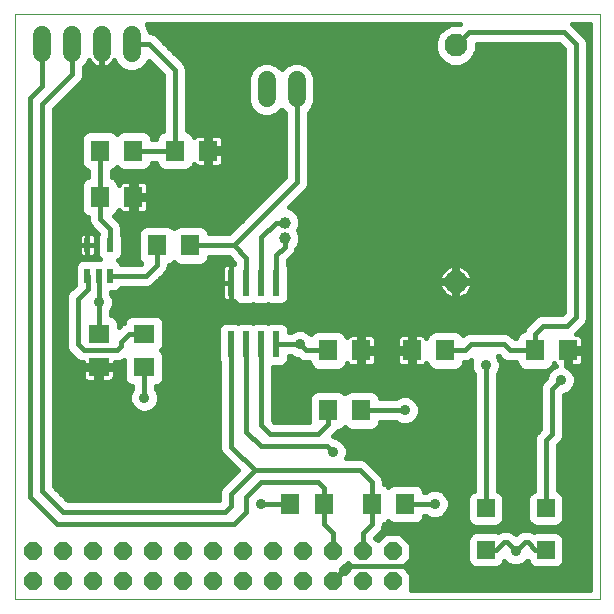
<source format=gtl>
G75*
%MOIN*%
%OFA0B0*%
%FSLAX25Y25*%
%IPPOS*%
%LPD*%
%AMOC8*
5,1,8,0,0,1.08239X$1,22.5*
%
%ADD10C,0.00000*%
%ADD11OC8,0.06000*%
%ADD12R,0.06299X0.07098*%
%ADD13C,0.06000*%
%ADD14C,0.07677*%
%ADD15R,0.06299X0.07087*%
%ADD16R,0.02400X0.08700*%
%ADD17R,0.02165X0.04724*%
%ADD18R,0.07087X0.06299*%
%ADD19R,0.07098X0.06299*%
%ADD20R,0.05906X0.05906*%
%ADD21C,0.03969*%
%ADD22C,0.01600*%
%ADD23C,0.03562*%
%ADD24C,0.02400*%
D10*
X0001800Y0001800D02*
X0001800Y0196800D01*
X0196800Y0196800D01*
X0196800Y0001800D01*
X0001800Y0001800D01*
D11*
X0007800Y0007800D03*
X0007800Y0017800D03*
X0017800Y0017800D03*
X0017800Y0007800D03*
X0027800Y0007800D03*
X0027800Y0017800D03*
X0037800Y0017800D03*
X0037800Y0007800D03*
X0047800Y0007800D03*
X0047800Y0017800D03*
X0057800Y0017800D03*
X0057800Y0007800D03*
X0067800Y0007800D03*
X0067800Y0017800D03*
X0077800Y0017800D03*
X0077800Y0007800D03*
X0087800Y0007800D03*
X0087800Y0017800D03*
X0097800Y0017800D03*
X0097800Y0007800D03*
X0107800Y0007800D03*
X0107800Y0017800D03*
X0117800Y0017800D03*
X0117800Y0007800D03*
X0127800Y0007800D03*
X0127800Y0017800D03*
D12*
X0131998Y0033600D03*
X0120802Y0033600D03*
X0104798Y0033600D03*
X0093602Y0033600D03*
X0106202Y0064800D03*
X0117398Y0064800D03*
X0134202Y0084800D03*
X0145398Y0084800D03*
X0060398Y0119800D03*
X0049202Y0119800D03*
X0041398Y0135900D03*
X0030202Y0135900D03*
X0030202Y0151400D03*
X0041398Y0151400D03*
D13*
X0040800Y0183800D02*
X0040800Y0189800D01*
X0030800Y0189800D02*
X0030800Y0183800D01*
X0020800Y0183800D02*
X0020800Y0189800D01*
X0010800Y0189800D02*
X0010800Y0183800D01*
X0085800Y0174800D02*
X0085800Y0168800D01*
X0095800Y0168800D02*
X0095800Y0174800D01*
D14*
X0148800Y0186454D03*
X0148800Y0107713D03*
D15*
X0175288Y0084800D03*
X0186312Y0084800D03*
X0117312Y0084800D03*
X0106288Y0084800D03*
X0066312Y0151400D03*
X0055288Y0151400D03*
D16*
X0073900Y0107400D03*
X0078900Y0107400D03*
X0083900Y0107400D03*
X0088900Y0107400D03*
X0088900Y0086800D03*
X0083900Y0086800D03*
X0078900Y0086800D03*
X0073900Y0086800D03*
D17*
X0033540Y0109681D03*
X0029800Y0109681D03*
X0026060Y0109681D03*
X0026060Y0119919D03*
X0033540Y0119919D03*
D18*
X0029800Y0090312D03*
X0029800Y0079288D03*
D19*
X0045000Y0079202D03*
X0045000Y0090398D03*
D20*
X0158800Y0032090D03*
X0158800Y0018310D03*
X0178900Y0018310D03*
X0178900Y0032090D03*
D21*
X0091800Y0122235D03*
X0091800Y0127365D03*
D22*
X0088765Y0127365D01*
X0083900Y0122500D01*
X0083900Y0107400D01*
X0078900Y0107400D02*
X0078900Y0115700D01*
X0074800Y0119800D01*
X0095800Y0140800D01*
X0095800Y0171800D01*
X0102000Y0171242D02*
X0184800Y0171242D01*
X0184800Y0169644D02*
X0102000Y0169644D01*
X0102000Y0168045D02*
X0184800Y0168045D01*
X0184800Y0166447D02*
X0101536Y0166447D01*
X0102000Y0167567D02*
X0101056Y0165288D01*
X0099800Y0164032D01*
X0099800Y0140004D01*
X0099191Y0138534D01*
X0093097Y0132440D01*
X0094737Y0131760D01*
X0096195Y0130302D01*
X0096984Y0128397D01*
X0096984Y0126334D01*
X0096349Y0124800D01*
X0096984Y0123266D01*
X0096984Y0121203D01*
X0096195Y0119298D01*
X0095800Y0118903D01*
X0095800Y0118604D01*
X0095191Y0117134D01*
X0092900Y0114843D01*
X0092900Y0113352D01*
X0093300Y0112387D01*
X0093300Y0102413D01*
X0092813Y0101237D01*
X0091913Y0100337D01*
X0090737Y0099850D01*
X0087063Y0099850D01*
X0086400Y0100125D01*
X0085737Y0099850D01*
X0082063Y0099850D01*
X0081400Y0100125D01*
X0080737Y0099850D01*
X0077063Y0099850D01*
X0075887Y0100337D01*
X0074987Y0101237D01*
X0074982Y0101250D01*
X0073900Y0101250D01*
X0073900Y0107400D01*
X0073900Y0107400D01*
X0073900Y0113550D01*
X0074900Y0113550D01*
X0074900Y0114043D01*
X0073143Y0115800D01*
X0066748Y0115800D01*
X0066748Y0115614D01*
X0066261Y0114438D01*
X0065361Y0113538D01*
X0064185Y0113051D01*
X0056612Y0113051D01*
X0055436Y0113538D01*
X0054800Y0114174D01*
X0054164Y0113538D01*
X0053200Y0113139D01*
X0053200Y0112604D01*
X0052591Y0111134D01*
X0051466Y0110009D01*
X0047747Y0106290D01*
X0046277Y0105681D01*
X0037408Y0105681D01*
X0037336Y0105507D01*
X0036435Y0104606D01*
X0035259Y0104119D01*
X0033800Y0104119D01*
X0033800Y0103844D01*
X0034023Y0103622D01*
X0034781Y0101791D01*
X0034781Y0099809D01*
X0034023Y0097978D01*
X0033800Y0097756D01*
X0033800Y0096661D01*
X0033980Y0096661D01*
X0035156Y0096174D01*
X0036056Y0095274D01*
X0036543Y0094098D01*
X0036543Y0092600D01*
X0037733Y0093789D01*
X0038251Y0094004D01*
X0038251Y0094185D01*
X0038738Y0095361D01*
X0039638Y0096261D01*
X0040814Y0096748D01*
X0049186Y0096748D01*
X0050362Y0096261D01*
X0051262Y0095361D01*
X0051749Y0094185D01*
X0051749Y0086612D01*
X0051262Y0085436D01*
X0050626Y0084800D01*
X0051262Y0084164D01*
X0051749Y0082988D01*
X0051749Y0075415D01*
X0051262Y0074239D01*
X0050362Y0073339D01*
X0049186Y0072852D01*
X0049000Y0072852D01*
X0049000Y0072044D01*
X0049223Y0071822D01*
X0049981Y0069991D01*
X0049981Y0068009D01*
X0049223Y0066178D01*
X0047822Y0064777D01*
X0045991Y0064019D01*
X0044009Y0064019D01*
X0042178Y0064777D01*
X0040777Y0066178D01*
X0040019Y0068009D01*
X0040019Y0069991D01*
X0040777Y0071822D01*
X0041000Y0072044D01*
X0041000Y0072852D01*
X0040814Y0072852D01*
X0039638Y0073339D01*
X0038738Y0074239D01*
X0038251Y0075415D01*
X0038251Y0081594D01*
X0038066Y0081409D01*
X0036596Y0080800D01*
X0035143Y0080800D01*
X0035143Y0080063D01*
X0030575Y0080063D01*
X0030575Y0078513D01*
X0030575Y0074339D01*
X0033580Y0074339D01*
X0034038Y0074461D01*
X0034449Y0074698D01*
X0034784Y0075033D01*
X0035021Y0075444D01*
X0035143Y0075902D01*
X0035143Y0078513D01*
X0030575Y0078513D01*
X0029025Y0078513D01*
X0029025Y0074339D01*
X0026020Y0074339D01*
X0025562Y0074461D01*
X0025151Y0074698D01*
X0024816Y0075033D01*
X0024579Y0075444D01*
X0024457Y0075902D01*
X0024457Y0078513D01*
X0029025Y0078513D01*
X0029025Y0080063D01*
X0024457Y0080063D01*
X0024457Y0080800D01*
X0024004Y0080800D01*
X0022534Y0081409D01*
X0019409Y0084534D01*
X0018800Y0086004D01*
X0018800Y0102696D01*
X0019409Y0104166D01*
X0021821Y0106578D01*
X0021777Y0106683D01*
X0021777Y0112680D01*
X0022264Y0113856D01*
X0023165Y0114757D01*
X0024341Y0115244D01*
X0027779Y0115244D01*
X0027930Y0115181D01*
X0028081Y0115244D01*
X0030245Y0115244D01*
X0029745Y0115744D01*
X0029257Y0116920D01*
X0029257Y0122917D01*
X0029540Y0123600D01*
X0029540Y0123703D01*
X0027934Y0125309D01*
X0026809Y0126434D01*
X0026200Y0127904D01*
X0026200Y0129240D01*
X0025239Y0129638D01*
X0024339Y0130538D01*
X0023852Y0131714D01*
X0023852Y0140086D01*
X0024339Y0141262D01*
X0025239Y0142162D01*
X0026202Y0142561D01*
X0026202Y0144739D01*
X0025239Y0145138D01*
X0024339Y0146038D01*
X0023852Y0147214D01*
X0023852Y0155586D01*
X0024339Y0156762D01*
X0025239Y0157662D01*
X0026415Y0158149D01*
X0033988Y0158149D01*
X0035164Y0157662D01*
X0035800Y0157026D01*
X0036436Y0157662D01*
X0037612Y0158149D01*
X0045185Y0158149D01*
X0046361Y0157662D01*
X0047261Y0156762D01*
X0047748Y0155586D01*
X0047748Y0155400D01*
X0048939Y0155400D01*
X0048939Y0155580D01*
X0049426Y0156756D01*
X0050326Y0157656D01*
X0051200Y0158018D01*
X0051200Y0176443D01*
X0046437Y0181207D01*
X0046056Y0180288D01*
X0044312Y0178544D01*
X0042033Y0177600D01*
X0039567Y0177600D01*
X0037288Y0178544D01*
X0035544Y0180288D01*
X0035030Y0181529D01*
X0034905Y0181284D01*
X0034461Y0180673D01*
X0033927Y0180139D01*
X0033316Y0179695D01*
X0032643Y0179352D01*
X0031924Y0179118D01*
X0031178Y0179000D01*
X0031000Y0179000D01*
X0031000Y0186600D01*
X0030600Y0186600D01*
X0030600Y0179000D01*
X0030422Y0179000D01*
X0029676Y0179118D01*
X0028957Y0179352D01*
X0028284Y0179695D01*
X0027673Y0180139D01*
X0027139Y0180673D01*
X0026695Y0181284D01*
X0026570Y0181529D01*
X0026056Y0180288D01*
X0024800Y0179032D01*
X0024800Y0176004D01*
X0024191Y0174534D01*
X0023066Y0173409D01*
X0014800Y0165143D01*
X0014800Y0039457D01*
X0019457Y0034800D01*
X0069800Y0034800D01*
X0069800Y0037596D01*
X0070409Y0039066D01*
X0071534Y0040191D01*
X0076143Y0044800D01*
X0070509Y0050434D01*
X0069900Y0051904D01*
X0069900Y0080848D01*
X0069500Y0081813D01*
X0069500Y0091787D01*
X0069987Y0092963D01*
X0070887Y0093863D01*
X0072063Y0094350D01*
X0075737Y0094350D01*
X0076400Y0094075D01*
X0077063Y0094350D01*
X0080737Y0094350D01*
X0081400Y0094075D01*
X0082063Y0094350D01*
X0085737Y0094350D01*
X0086400Y0094075D01*
X0087063Y0094350D01*
X0090737Y0094350D01*
X0091913Y0093863D01*
X0092813Y0092963D01*
X0093300Y0091787D01*
X0093300Y0090800D01*
X0093756Y0090800D01*
X0093978Y0091023D01*
X0095809Y0091781D01*
X0097791Y0091781D01*
X0099622Y0091023D01*
X0100457Y0090187D01*
X0101326Y0091056D01*
X0102502Y0091543D01*
X0110074Y0091543D01*
X0111250Y0091056D01*
X0112151Y0090156D01*
X0112560Y0089168D01*
X0112722Y0089449D01*
X0113057Y0089784D01*
X0113467Y0090021D01*
X0113925Y0090143D01*
X0116537Y0090143D01*
X0116537Y0085575D01*
X0118087Y0085575D01*
X0122261Y0085575D01*
X0122261Y0088580D01*
X0122139Y0089038D01*
X0121902Y0089449D01*
X0121567Y0089784D01*
X0121156Y0090021D01*
X0120698Y0090143D01*
X0118087Y0090143D01*
X0118087Y0085575D01*
X0118087Y0084025D01*
X0122261Y0084025D01*
X0122261Y0081020D01*
X0122139Y0080562D01*
X0121902Y0080151D01*
X0121567Y0079816D01*
X0121156Y0079579D01*
X0120698Y0079457D01*
X0118087Y0079457D01*
X0118087Y0084025D01*
X0116537Y0084025D01*
X0116537Y0079457D01*
X0113925Y0079457D01*
X0113467Y0079579D01*
X0113057Y0079816D01*
X0112722Y0080151D01*
X0112560Y0080432D01*
X0112151Y0079444D01*
X0111250Y0078544D01*
X0110074Y0078057D01*
X0102502Y0078057D01*
X0101326Y0078544D01*
X0100426Y0079444D01*
X0099939Y0080620D01*
X0099939Y0080800D01*
X0098004Y0080800D01*
X0096534Y0081409D01*
X0096124Y0081819D01*
X0095809Y0081819D01*
X0093978Y0082577D01*
X0093756Y0082800D01*
X0093300Y0082800D01*
X0093300Y0081813D01*
X0092813Y0080637D01*
X0091913Y0079737D01*
X0090737Y0079250D01*
X0087800Y0079250D01*
X0087800Y0061457D01*
X0088457Y0060800D01*
X0099852Y0060800D01*
X0099852Y0068986D01*
X0100339Y0070162D01*
X0101239Y0071062D01*
X0102415Y0071549D01*
X0109988Y0071549D01*
X0111164Y0071062D01*
X0111800Y0070426D01*
X0112436Y0071062D01*
X0113612Y0071549D01*
X0121185Y0071549D01*
X0122361Y0071062D01*
X0123261Y0070162D01*
X0123748Y0068986D01*
X0123748Y0068800D01*
X0128756Y0068800D01*
X0128978Y0069023D01*
X0130809Y0069781D01*
X0132791Y0069781D01*
X0134622Y0069023D01*
X0136023Y0067622D01*
X0136781Y0065791D01*
X0136781Y0063809D01*
X0136023Y0061978D01*
X0134622Y0060577D01*
X0132791Y0059819D01*
X0130809Y0059819D01*
X0128978Y0060577D01*
X0128756Y0060800D01*
X0123748Y0060800D01*
X0123748Y0060614D01*
X0123261Y0059438D01*
X0122361Y0058538D01*
X0121185Y0058051D01*
X0113612Y0058051D01*
X0112436Y0058538D01*
X0111800Y0059174D01*
X0111164Y0058538D01*
X0109988Y0058051D01*
X0109640Y0058051D01*
X0109593Y0057936D01*
X0107912Y0056255D01*
X0108066Y0056191D01*
X0108476Y0055781D01*
X0108791Y0055781D01*
X0110622Y0055023D01*
X0112023Y0053622D01*
X0112781Y0051791D01*
X0112781Y0049809D01*
X0112363Y0048800D01*
X0117596Y0048800D01*
X0119066Y0048191D01*
X0120191Y0047066D01*
X0124193Y0043064D01*
X0124802Y0041594D01*
X0124802Y0040261D01*
X0125764Y0039862D01*
X0126400Y0039226D01*
X0127036Y0039862D01*
X0128212Y0040349D01*
X0135785Y0040349D01*
X0136961Y0039862D01*
X0137861Y0038962D01*
X0138348Y0037786D01*
X0138348Y0037600D01*
X0138756Y0037600D01*
X0138978Y0037823D01*
X0140809Y0038581D01*
X0142791Y0038581D01*
X0144622Y0037823D01*
X0146023Y0036422D01*
X0146781Y0034591D01*
X0146781Y0032609D01*
X0146023Y0030778D01*
X0144622Y0029377D01*
X0142791Y0028619D01*
X0140809Y0028619D01*
X0138978Y0029377D01*
X0138756Y0029600D01*
X0138348Y0029600D01*
X0138348Y0029414D01*
X0137861Y0028238D01*
X0136961Y0027338D01*
X0135785Y0026851D01*
X0128212Y0026851D01*
X0127036Y0027338D01*
X0126400Y0027974D01*
X0125764Y0027338D01*
X0124800Y0026939D01*
X0124800Y0026004D01*
X0124191Y0024534D01*
X0123066Y0023409D01*
X0122012Y0022356D01*
X0122800Y0021568D01*
X0125232Y0024000D01*
X0130368Y0024000D01*
X0134000Y0020368D01*
X0134000Y0015232D01*
X0131568Y0012800D01*
X0134000Y0010368D01*
X0134000Y0005232D01*
X0133768Y0005000D01*
X0193600Y0005000D01*
X0193600Y0193600D01*
X0187657Y0193600D01*
X0188191Y0193066D01*
X0192191Y0189066D01*
X0192800Y0187596D01*
X0192800Y0095004D01*
X0192191Y0093534D01*
X0191066Y0092409D01*
X0188800Y0090143D01*
X0189698Y0090143D01*
X0190156Y0090021D01*
X0190567Y0089784D01*
X0190902Y0089449D01*
X0191139Y0089038D01*
X0191261Y0088580D01*
X0191261Y0085575D01*
X0187087Y0085575D01*
X0187087Y0084025D01*
X0191261Y0084025D01*
X0191261Y0081020D01*
X0191139Y0080562D01*
X0190902Y0080151D01*
X0190567Y0079816D01*
X0190156Y0079579D01*
X0189698Y0079457D01*
X0187087Y0079457D01*
X0187087Y0084025D01*
X0185537Y0084025D01*
X0185537Y0079472D01*
X0186622Y0079023D01*
X0188023Y0077622D01*
X0188781Y0075791D01*
X0188781Y0073809D01*
X0188023Y0071978D01*
X0186622Y0070577D01*
X0184800Y0069823D01*
X0184800Y0056004D01*
X0184191Y0054534D01*
X0182800Y0053143D01*
X0182800Y0038114D01*
X0183665Y0037755D01*
X0184566Y0036855D01*
X0185053Y0035679D01*
X0185053Y0028500D01*
X0184566Y0027324D01*
X0183665Y0026424D01*
X0182489Y0025937D01*
X0175311Y0025937D01*
X0174135Y0026424D01*
X0173234Y0027324D01*
X0172747Y0028500D01*
X0172747Y0035679D01*
X0173234Y0036855D01*
X0174135Y0037755D01*
X0174800Y0038031D01*
X0174800Y0055596D01*
X0175409Y0057066D01*
X0176800Y0058457D01*
X0176800Y0072596D01*
X0177409Y0074066D01*
X0178534Y0075191D01*
X0178819Y0075476D01*
X0178819Y0075791D01*
X0179577Y0077622D01*
X0180978Y0079023D01*
X0182407Y0079614D01*
X0182057Y0079816D01*
X0181722Y0080151D01*
X0181560Y0080432D01*
X0181151Y0079444D01*
X0180250Y0078544D01*
X0179074Y0078057D01*
X0171502Y0078057D01*
X0170326Y0078544D01*
X0169426Y0079444D01*
X0168939Y0080620D01*
X0168939Y0080800D01*
X0166004Y0080800D01*
X0164534Y0081409D01*
X0163409Y0082534D01*
X0163143Y0082800D01*
X0162844Y0082800D01*
X0163023Y0082622D01*
X0163781Y0080791D01*
X0163781Y0078809D01*
X0163023Y0076978D01*
X0162800Y0076756D01*
X0162800Y0038072D01*
X0163565Y0037755D01*
X0164466Y0036855D01*
X0164953Y0035679D01*
X0164953Y0028500D01*
X0164466Y0027324D01*
X0163565Y0026424D01*
X0162389Y0025937D01*
X0155211Y0025937D01*
X0154035Y0026424D01*
X0153134Y0027324D01*
X0152647Y0028500D01*
X0152647Y0035679D01*
X0153134Y0036855D01*
X0154035Y0037755D01*
X0154800Y0038072D01*
X0154800Y0076756D01*
X0154577Y0076978D01*
X0153819Y0078809D01*
X0153819Y0080791D01*
X0154081Y0081425D01*
X0154066Y0081409D01*
X0152596Y0080800D01*
X0151748Y0080800D01*
X0151748Y0080614D01*
X0151261Y0079438D01*
X0150361Y0078538D01*
X0149185Y0078051D01*
X0141612Y0078051D01*
X0140436Y0078538D01*
X0139536Y0079438D01*
X0139049Y0080614D01*
X0139049Y0080632D01*
X0139029Y0080556D01*
X0138792Y0080146D01*
X0138456Y0079810D01*
X0138046Y0079573D01*
X0137588Y0079451D01*
X0134976Y0079451D01*
X0134976Y0084025D01*
X0133427Y0084025D01*
X0133427Y0079451D01*
X0130815Y0079451D01*
X0130357Y0079573D01*
X0129947Y0079810D01*
X0129612Y0080146D01*
X0129375Y0080556D01*
X0129252Y0081014D01*
X0129252Y0084025D01*
X0133427Y0084025D01*
X0133427Y0085575D01*
X0133427Y0090149D01*
X0130815Y0090149D01*
X0130357Y0090027D01*
X0129947Y0089790D01*
X0129612Y0089454D01*
X0129375Y0089044D01*
X0129252Y0088586D01*
X0129252Y0085575D01*
X0133427Y0085575D01*
X0134976Y0085575D01*
X0134976Y0090149D01*
X0137588Y0090149D01*
X0138046Y0090027D01*
X0138456Y0089790D01*
X0138792Y0089454D01*
X0139029Y0089044D01*
X0139049Y0088968D01*
X0139049Y0088986D01*
X0139536Y0090162D01*
X0140436Y0091062D01*
X0141612Y0091549D01*
X0149185Y0091549D01*
X0150361Y0091062D01*
X0151261Y0090162D01*
X0151332Y0089989D01*
X0151534Y0090191D01*
X0153004Y0090800D01*
X0165596Y0090800D01*
X0167066Y0090191D01*
X0168457Y0088800D01*
X0168939Y0088800D01*
X0168939Y0088980D01*
X0169426Y0090156D01*
X0170326Y0091056D01*
X0171474Y0091532D01*
X0171897Y0092554D01*
X0174409Y0095066D01*
X0175534Y0096191D01*
X0177004Y0096800D01*
X0184143Y0096800D01*
X0184800Y0097457D01*
X0184800Y0185143D01*
X0183143Y0186800D01*
X0155839Y0186800D01*
X0155839Y0185053D01*
X0154767Y0182466D01*
X0152787Y0180487D01*
X0150200Y0179415D01*
X0147400Y0179415D01*
X0144813Y0180487D01*
X0142833Y0182466D01*
X0141761Y0185053D01*
X0141761Y0187854D01*
X0142833Y0190441D01*
X0144813Y0192421D01*
X0147400Y0193492D01*
X0150182Y0193492D01*
X0150290Y0193600D01*
X0045768Y0193600D01*
X0046056Y0193312D01*
X0047000Y0191033D01*
X0047000Y0190800D01*
X0047296Y0190800D01*
X0048766Y0190191D01*
X0057466Y0181491D01*
X0058591Y0180366D01*
X0059200Y0178896D01*
X0059200Y0158091D01*
X0060250Y0157656D01*
X0061151Y0156756D01*
X0061560Y0155768D01*
X0061722Y0156049D01*
X0062057Y0156384D01*
X0062467Y0156621D01*
X0062925Y0156743D01*
X0065537Y0156743D01*
X0065537Y0152175D01*
X0067087Y0152175D01*
X0071261Y0152175D01*
X0071261Y0155180D01*
X0071139Y0155638D01*
X0070902Y0156049D01*
X0070567Y0156384D01*
X0070156Y0156621D01*
X0069698Y0156743D01*
X0067087Y0156743D01*
X0067087Y0152175D01*
X0067087Y0150625D01*
X0071261Y0150625D01*
X0071261Y0147620D01*
X0071139Y0147162D01*
X0070902Y0146751D01*
X0070567Y0146416D01*
X0070156Y0146179D01*
X0069698Y0146057D01*
X0067087Y0146057D01*
X0067087Y0150625D01*
X0065537Y0150625D01*
X0065537Y0146057D01*
X0062925Y0146057D01*
X0062467Y0146179D01*
X0062057Y0146416D01*
X0061722Y0146751D01*
X0061560Y0147032D01*
X0061151Y0146044D01*
X0060250Y0145144D01*
X0059074Y0144657D01*
X0051502Y0144657D01*
X0050326Y0145144D01*
X0049426Y0146044D01*
X0048939Y0147220D01*
X0048939Y0147400D01*
X0047748Y0147400D01*
X0047748Y0147214D01*
X0047261Y0146038D01*
X0046361Y0145138D01*
X0045185Y0144651D01*
X0037612Y0144651D01*
X0036436Y0145138D01*
X0035800Y0145774D01*
X0035164Y0145138D01*
X0034202Y0144739D01*
X0034202Y0142561D01*
X0035164Y0142162D01*
X0036064Y0141262D01*
X0036551Y0140086D01*
X0036551Y0140068D01*
X0036571Y0140144D01*
X0036808Y0140554D01*
X0037144Y0140890D01*
X0037554Y0141127D01*
X0038012Y0141249D01*
X0040624Y0141249D01*
X0040624Y0136675D01*
X0042173Y0136675D01*
X0042173Y0141249D01*
X0044785Y0141249D01*
X0045243Y0141127D01*
X0045653Y0140890D01*
X0045988Y0140554D01*
X0046225Y0140144D01*
X0046348Y0139686D01*
X0046348Y0136675D01*
X0042173Y0136675D01*
X0042173Y0135125D01*
X0042173Y0130551D01*
X0044785Y0130551D01*
X0045243Y0130673D01*
X0045653Y0130910D01*
X0045988Y0131246D01*
X0046225Y0131656D01*
X0046348Y0132114D01*
X0046348Y0135125D01*
X0042173Y0135125D01*
X0040624Y0135125D01*
X0040624Y0130551D01*
X0038012Y0130551D01*
X0037554Y0130673D01*
X0037144Y0130910D01*
X0036808Y0131246D01*
X0036571Y0131656D01*
X0036551Y0131732D01*
X0036551Y0131714D01*
X0036064Y0130538D01*
X0035164Y0129638D01*
X0034991Y0129566D01*
X0036931Y0127626D01*
X0037540Y0126155D01*
X0037540Y0123600D01*
X0037823Y0122917D01*
X0037823Y0116920D01*
X0037336Y0115744D01*
X0036435Y0114843D01*
X0036331Y0114800D01*
X0036435Y0114757D01*
X0037336Y0113856D01*
X0037408Y0113681D01*
X0043825Y0113681D01*
X0043960Y0113817D01*
X0043339Y0114438D01*
X0042852Y0115614D01*
X0042852Y0123986D01*
X0043339Y0125162D01*
X0044239Y0126062D01*
X0045415Y0126549D01*
X0052988Y0126549D01*
X0054164Y0126062D01*
X0054800Y0125426D01*
X0055436Y0126062D01*
X0056612Y0126549D01*
X0064185Y0126549D01*
X0065361Y0126062D01*
X0066261Y0125162D01*
X0066748Y0123986D01*
X0066748Y0123800D01*
X0073143Y0123800D01*
X0091800Y0142457D01*
X0091800Y0164032D01*
X0090800Y0165032D01*
X0089312Y0163544D01*
X0087033Y0162600D01*
X0084567Y0162600D01*
X0082288Y0163544D01*
X0080544Y0165288D01*
X0079600Y0167567D01*
X0079600Y0176033D01*
X0080544Y0178312D01*
X0082288Y0180056D01*
X0084567Y0181000D01*
X0087033Y0181000D01*
X0089312Y0180056D01*
X0090800Y0178568D01*
X0092288Y0180056D01*
X0094567Y0181000D01*
X0097033Y0181000D01*
X0099312Y0180056D01*
X0101056Y0178312D01*
X0102000Y0176033D01*
X0102000Y0167567D01*
X0100616Y0164848D02*
X0184800Y0164848D01*
X0184800Y0163250D02*
X0099800Y0163250D01*
X0099800Y0161651D02*
X0184800Y0161651D01*
X0184800Y0160053D02*
X0099800Y0160053D01*
X0099800Y0158454D02*
X0184800Y0158454D01*
X0184800Y0156856D02*
X0099800Y0156856D01*
X0099800Y0155257D02*
X0184800Y0155257D01*
X0184800Y0153659D02*
X0099800Y0153659D01*
X0099800Y0152060D02*
X0184800Y0152060D01*
X0184800Y0150462D02*
X0099800Y0150462D01*
X0099800Y0148863D02*
X0184800Y0148863D01*
X0184800Y0147265D02*
X0099800Y0147265D01*
X0099800Y0145666D02*
X0184800Y0145666D01*
X0184800Y0144068D02*
X0099800Y0144068D01*
X0099800Y0142469D02*
X0184800Y0142469D01*
X0184800Y0140870D02*
X0099800Y0140870D01*
X0099497Y0139272D02*
X0184800Y0139272D01*
X0184800Y0137673D02*
X0098330Y0137673D01*
X0096732Y0136075D02*
X0184800Y0136075D01*
X0184800Y0134476D02*
X0095133Y0134476D01*
X0093535Y0132878D02*
X0184800Y0132878D01*
X0184800Y0131279D02*
X0095218Y0131279D01*
X0096452Y0129681D02*
X0184800Y0129681D01*
X0184800Y0128082D02*
X0096984Y0128082D01*
X0096984Y0126484D02*
X0184800Y0126484D01*
X0184800Y0124885D02*
X0096384Y0124885D01*
X0096976Y0123287D02*
X0184800Y0123287D01*
X0184800Y0121688D02*
X0096984Y0121688D01*
X0096523Y0120090D02*
X0184800Y0120090D01*
X0184800Y0118491D02*
X0095753Y0118491D01*
X0094950Y0116893D02*
X0184800Y0116893D01*
X0184800Y0115294D02*
X0093351Y0115294D01*
X0092900Y0113696D02*
X0184800Y0113696D01*
X0184800Y0112097D02*
X0152359Y0112097D01*
X0152473Y0112014D02*
X0151755Y0112536D01*
X0150964Y0112939D01*
X0150120Y0113213D01*
X0149280Y0113346D01*
X0149280Y0108193D01*
X0154433Y0108193D01*
X0154300Y0109034D01*
X0154025Y0109878D01*
X0153623Y0110669D01*
X0153101Y0111387D01*
X0152473Y0112014D01*
X0153709Y0110499D02*
X0184800Y0110499D01*
X0184800Y0108900D02*
X0154321Y0108900D01*
X0154433Y0107234D02*
X0149280Y0107234D01*
X0149280Y0108193D01*
X0148320Y0108193D01*
X0148320Y0107234D01*
X0143167Y0107234D01*
X0143300Y0106393D01*
X0143575Y0105549D01*
X0143977Y0104758D01*
X0144499Y0104040D01*
X0145127Y0103413D01*
X0145845Y0102891D01*
X0146636Y0102488D01*
X0147480Y0102214D01*
X0148320Y0102080D01*
X0148320Y0107234D01*
X0149280Y0107234D01*
X0149280Y0102080D01*
X0150120Y0102214D01*
X0150964Y0102488D01*
X0151755Y0102891D01*
X0152473Y0103413D01*
X0153101Y0104040D01*
X0153623Y0104758D01*
X0154025Y0105549D01*
X0154300Y0106393D01*
X0154433Y0107234D01*
X0154076Y0105703D02*
X0184800Y0105703D01*
X0184800Y0104105D02*
X0153148Y0104105D01*
X0151000Y0102506D02*
X0184800Y0102506D01*
X0184800Y0100908D02*
X0092483Y0100908D01*
X0093300Y0102506D02*
X0146600Y0102506D01*
X0148320Y0102506D02*
X0149280Y0102506D01*
X0149280Y0104105D02*
X0148320Y0104105D01*
X0148320Y0105703D02*
X0149280Y0105703D01*
X0149280Y0107302D02*
X0184800Y0107302D01*
X0184800Y0099309D02*
X0034574Y0099309D01*
X0034781Y0100908D02*
X0075317Y0100908D01*
X0073900Y0101250D02*
X0073900Y0107400D01*
X0073900Y0107400D01*
X0073900Y0107400D01*
X0070900Y0107400D01*
X0070900Y0111987D01*
X0071023Y0112445D01*
X0071260Y0112855D01*
X0071595Y0113190D01*
X0072005Y0113427D01*
X0072463Y0113550D01*
X0073900Y0113550D01*
X0073900Y0107400D01*
X0070900Y0107400D01*
X0070900Y0102813D01*
X0071023Y0102355D01*
X0071260Y0101945D01*
X0071595Y0101610D01*
X0072005Y0101373D01*
X0072463Y0101250D01*
X0073900Y0101250D01*
X0073900Y0102506D02*
X0073900Y0102506D01*
X0073900Y0104105D02*
X0073900Y0104105D01*
X0073900Y0105703D02*
X0073900Y0105703D01*
X0073900Y0107302D02*
X0073900Y0107302D01*
X0073900Y0108900D02*
X0073900Y0108900D01*
X0073900Y0110499D02*
X0073900Y0110499D01*
X0073900Y0112097D02*
X0073900Y0112097D01*
X0074900Y0113696D02*
X0065519Y0113696D01*
X0066615Y0115294D02*
X0073649Y0115294D01*
X0070930Y0112097D02*
X0052990Y0112097D01*
X0051956Y0110499D02*
X0070900Y0110499D01*
X0070900Y0108900D02*
X0050357Y0108900D01*
X0048759Y0107302D02*
X0070900Y0107302D01*
X0070900Y0105703D02*
X0046330Y0105703D01*
X0045481Y0109681D02*
X0049200Y0113400D01*
X0049200Y0119798D01*
X0049202Y0119800D01*
X0042852Y0120090D02*
X0037823Y0120090D01*
X0037823Y0121688D02*
X0042852Y0121688D01*
X0042852Y0123287D02*
X0037670Y0123287D01*
X0037540Y0124885D02*
X0043225Y0124885D01*
X0045258Y0126484D02*
X0037404Y0126484D01*
X0036474Y0128082D02*
X0077426Y0128082D01*
X0079024Y0129681D02*
X0035207Y0129681D01*
X0036371Y0131279D02*
X0036789Y0131279D01*
X0040624Y0131279D02*
X0042173Y0131279D01*
X0042173Y0132878D02*
X0040624Y0132878D01*
X0040624Y0134476D02*
X0042173Y0134476D01*
X0042173Y0136075D02*
X0085418Y0136075D01*
X0083820Y0134476D02*
X0046348Y0134476D01*
X0046348Y0132878D02*
X0082221Y0132878D01*
X0080623Y0131279D02*
X0046008Y0131279D01*
X0046348Y0137673D02*
X0087017Y0137673D01*
X0088615Y0139272D02*
X0046348Y0139272D01*
X0045672Y0140870D02*
X0090214Y0140870D01*
X0091800Y0142469D02*
X0034423Y0142469D01*
X0034202Y0144068D02*
X0091800Y0144068D01*
X0091800Y0145666D02*
X0060773Y0145666D01*
X0065537Y0147265D02*
X0067087Y0147265D01*
X0067087Y0148863D02*
X0065537Y0148863D01*
X0065537Y0150462D02*
X0067087Y0150462D01*
X0067087Y0152060D02*
X0091800Y0152060D01*
X0091800Y0150462D02*
X0071261Y0150462D01*
X0071261Y0148863D02*
X0091800Y0148863D01*
X0091800Y0147265D02*
X0071166Y0147265D01*
X0071261Y0153659D02*
X0091800Y0153659D01*
X0091800Y0155257D02*
X0071241Y0155257D01*
X0067087Y0155257D02*
X0065537Y0155257D01*
X0065537Y0153659D02*
X0067087Y0153659D01*
X0061051Y0156856D02*
X0091800Y0156856D01*
X0091800Y0158454D02*
X0059200Y0158454D01*
X0059200Y0160053D02*
X0091800Y0160053D01*
X0091800Y0161651D02*
X0059200Y0161651D01*
X0059200Y0163250D02*
X0082998Y0163250D01*
X0080984Y0164848D02*
X0059200Y0164848D01*
X0059200Y0166447D02*
X0080064Y0166447D01*
X0079600Y0168045D02*
X0059200Y0168045D01*
X0059200Y0169644D02*
X0079600Y0169644D01*
X0079600Y0171242D02*
X0059200Y0171242D01*
X0059200Y0172841D02*
X0079600Y0172841D01*
X0079600Y0174439D02*
X0059200Y0174439D01*
X0059200Y0176038D02*
X0079602Y0176038D01*
X0080264Y0177636D02*
X0059200Y0177636D01*
X0059060Y0179235D02*
X0081467Y0179235D01*
X0084164Y0180833D02*
X0058124Y0180833D01*
X0056525Y0182432D02*
X0142868Y0182432D01*
X0142185Y0184030D02*
X0054927Y0184030D01*
X0053328Y0185629D02*
X0141761Y0185629D01*
X0141761Y0187227D02*
X0051730Y0187227D01*
X0050131Y0188826D02*
X0142164Y0188826D01*
X0142826Y0190424D02*
X0048203Y0190424D01*
X0046590Y0192023D02*
X0144415Y0192023D01*
X0148800Y0186454D02*
X0153146Y0190800D01*
X0184800Y0190800D01*
X0188800Y0186800D01*
X0188800Y0095800D01*
X0185800Y0092800D01*
X0177800Y0092800D01*
X0175288Y0090288D01*
X0175288Y0084800D01*
X0166800Y0084800D01*
X0164800Y0086800D01*
X0153800Y0086800D01*
X0151800Y0084800D01*
X0145398Y0084800D01*
X0139251Y0080127D02*
X0138773Y0080127D01*
X0140459Y0078529D02*
X0111213Y0078529D01*
X0112434Y0080127D02*
X0112746Y0080127D01*
X0116537Y0080127D02*
X0118087Y0080127D01*
X0118087Y0081726D02*
X0116537Y0081726D01*
X0116537Y0083324D02*
X0118087Y0083324D01*
X0118087Y0084923D02*
X0133427Y0084923D01*
X0133427Y0086521D02*
X0134976Y0086521D01*
X0134976Y0088120D02*
X0133427Y0088120D01*
X0133427Y0089718D02*
X0134976Y0089718D01*
X0138528Y0089718D02*
X0139352Y0089718D01*
X0141051Y0091317D02*
X0110622Y0091317D01*
X0112332Y0089718D02*
X0112991Y0089718D01*
X0116537Y0089718D02*
X0118087Y0089718D01*
X0118087Y0088120D02*
X0116537Y0088120D01*
X0116537Y0086521D02*
X0118087Y0086521D01*
X0122261Y0086521D02*
X0129252Y0086521D01*
X0129252Y0088120D02*
X0122261Y0088120D01*
X0121632Y0089718D02*
X0129875Y0089718D01*
X0129252Y0083324D02*
X0122261Y0083324D01*
X0122261Y0081726D02*
X0129252Y0081726D01*
X0129630Y0080127D02*
X0121877Y0080127D01*
X0122887Y0070536D02*
X0154800Y0070536D01*
X0154800Y0072134D02*
X0087800Y0072134D01*
X0087800Y0070536D02*
X0100713Y0070536D01*
X0099852Y0068937D02*
X0087800Y0068937D01*
X0087800Y0067339D02*
X0099852Y0067339D01*
X0099852Y0065740D02*
X0087800Y0065740D01*
X0087800Y0064142D02*
X0099852Y0064142D01*
X0099852Y0062543D02*
X0087800Y0062543D01*
X0088312Y0060945D02*
X0099852Y0060945D01*
X0102800Y0056800D02*
X0086800Y0056800D01*
X0083800Y0059800D01*
X0083800Y0086700D01*
X0083900Y0086800D01*
X0078900Y0086800D02*
X0078900Y0057700D01*
X0083800Y0052800D01*
X0105800Y0052800D01*
X0107800Y0050800D01*
X0112300Y0052952D02*
X0154800Y0052952D01*
X0154800Y0051354D02*
X0112781Y0051354D01*
X0112759Y0049755D02*
X0154800Y0049755D01*
X0154800Y0048157D02*
X0119100Y0048157D01*
X0120699Y0046558D02*
X0154800Y0046558D01*
X0154800Y0044960D02*
X0122297Y0044960D01*
X0123896Y0043361D02*
X0154800Y0043361D01*
X0154800Y0041763D02*
X0124732Y0041763D01*
X0125034Y0040164D02*
X0127766Y0040164D01*
X0120802Y0040798D02*
X0120802Y0033600D01*
X0120800Y0033598D01*
X0120800Y0026800D01*
X0117800Y0023800D01*
X0117800Y0017800D01*
X0113842Y0012990D02*
X0111758Y0012990D01*
X0112800Y0012800D02*
X0133800Y0012800D01*
X0132977Y0011391D02*
X0193600Y0011391D01*
X0193600Y0009793D02*
X0134000Y0009793D01*
X0134000Y0008194D02*
X0193600Y0008194D01*
X0193600Y0006596D02*
X0134000Y0006596D01*
X0131758Y0012990D02*
X0153690Y0012990D01*
X0154035Y0012645D02*
X0155211Y0012157D01*
X0162389Y0012157D01*
X0163565Y0012645D01*
X0164466Y0013545D01*
X0164918Y0014637D01*
X0165978Y0013577D01*
X0167809Y0012819D01*
X0169791Y0012819D01*
X0171622Y0013577D01*
X0172753Y0014708D01*
X0173234Y0013545D01*
X0174135Y0012645D01*
X0175311Y0012157D01*
X0182489Y0012157D01*
X0183665Y0012645D01*
X0184566Y0013545D01*
X0185053Y0014721D01*
X0185053Y0021900D01*
X0184566Y0023076D01*
X0183665Y0023976D01*
X0182489Y0024463D01*
X0175311Y0024463D01*
X0174860Y0024276D01*
X0173596Y0024800D01*
X0171004Y0024800D01*
X0169534Y0024191D01*
X0168800Y0023457D01*
X0168066Y0024191D01*
X0166596Y0024800D01*
X0164004Y0024800D01*
X0162790Y0024297D01*
X0162389Y0024463D01*
X0155211Y0024463D01*
X0154035Y0023976D01*
X0153134Y0023076D01*
X0152647Y0021900D01*
X0152647Y0014721D01*
X0153134Y0013545D01*
X0154035Y0012645D01*
X0152702Y0014588D02*
X0133356Y0014588D01*
X0134000Y0016187D02*
X0152647Y0016187D01*
X0152647Y0017785D02*
X0134000Y0017785D01*
X0134000Y0019384D02*
X0152647Y0019384D01*
X0152647Y0020982D02*
X0133386Y0020982D01*
X0131787Y0022581D02*
X0152929Y0022581D01*
X0154526Y0024179D02*
X0123836Y0024179D01*
X0123813Y0022581D02*
X0122237Y0022581D01*
X0124706Y0025778D02*
X0193600Y0025778D01*
X0193600Y0027376D02*
X0184587Y0027376D01*
X0185053Y0028975D02*
X0193600Y0028975D01*
X0193600Y0030573D02*
X0185053Y0030573D01*
X0185053Y0032172D02*
X0193600Y0032172D01*
X0193600Y0033770D02*
X0185053Y0033770D01*
X0185053Y0035369D02*
X0193600Y0035369D01*
X0193600Y0036967D02*
X0184453Y0036967D01*
X0182800Y0038566D02*
X0193600Y0038566D01*
X0193600Y0040164D02*
X0182800Y0040164D01*
X0182800Y0041763D02*
X0193600Y0041763D01*
X0193600Y0043361D02*
X0182800Y0043361D01*
X0182800Y0044960D02*
X0193600Y0044960D01*
X0193600Y0046558D02*
X0182800Y0046558D01*
X0182800Y0048157D02*
X0193600Y0048157D01*
X0193600Y0049755D02*
X0182800Y0049755D01*
X0182800Y0051354D02*
X0193600Y0051354D01*
X0193600Y0052952D02*
X0182800Y0052952D01*
X0184198Y0054551D02*
X0193600Y0054551D01*
X0193600Y0056149D02*
X0184800Y0056149D01*
X0184800Y0057748D02*
X0193600Y0057748D01*
X0193600Y0059346D02*
X0184800Y0059346D01*
X0184800Y0060945D02*
X0193600Y0060945D01*
X0193600Y0062543D02*
X0184800Y0062543D01*
X0184800Y0064142D02*
X0193600Y0064142D01*
X0193600Y0065740D02*
X0184800Y0065740D01*
X0184800Y0067339D02*
X0193600Y0067339D01*
X0193600Y0068937D02*
X0184800Y0068937D01*
X0186522Y0070536D02*
X0193600Y0070536D01*
X0193600Y0072134D02*
X0188087Y0072134D01*
X0188750Y0073733D02*
X0193600Y0073733D01*
X0193600Y0075332D02*
X0188781Y0075332D01*
X0188309Y0076930D02*
X0193600Y0076930D01*
X0193600Y0078529D02*
X0187116Y0078529D01*
X0187087Y0080127D02*
X0185537Y0080127D01*
X0185537Y0081726D02*
X0187087Y0081726D01*
X0187087Y0083324D02*
X0185537Y0083324D01*
X0187087Y0084923D02*
X0193600Y0084923D01*
X0193600Y0086521D02*
X0191261Y0086521D01*
X0191261Y0088120D02*
X0193600Y0088120D01*
X0193600Y0089718D02*
X0190632Y0089718D01*
X0189973Y0091317D02*
X0193600Y0091317D01*
X0193600Y0092915D02*
X0191572Y0092915D01*
X0192597Y0094514D02*
X0193600Y0094514D01*
X0193600Y0096112D02*
X0192800Y0096112D01*
X0192800Y0097711D02*
X0193600Y0097711D01*
X0193600Y0099309D02*
X0192800Y0099309D01*
X0192800Y0100908D02*
X0193600Y0100908D01*
X0193600Y0102506D02*
X0192800Y0102506D01*
X0192800Y0104105D02*
X0193600Y0104105D01*
X0193600Y0105703D02*
X0192800Y0105703D01*
X0192800Y0107302D02*
X0193600Y0107302D01*
X0193600Y0108900D02*
X0192800Y0108900D01*
X0192800Y0110499D02*
X0193600Y0110499D01*
X0193600Y0112097D02*
X0192800Y0112097D01*
X0192800Y0113696D02*
X0193600Y0113696D01*
X0193600Y0115294D02*
X0192800Y0115294D01*
X0192800Y0116893D02*
X0193600Y0116893D01*
X0193600Y0118491D02*
X0192800Y0118491D01*
X0192800Y0120090D02*
X0193600Y0120090D01*
X0193600Y0121688D02*
X0192800Y0121688D01*
X0192800Y0123287D02*
X0193600Y0123287D01*
X0193600Y0124885D02*
X0192800Y0124885D01*
X0192800Y0126484D02*
X0193600Y0126484D01*
X0193600Y0128082D02*
X0192800Y0128082D01*
X0192800Y0129681D02*
X0193600Y0129681D01*
X0193600Y0131279D02*
X0192800Y0131279D01*
X0192800Y0132878D02*
X0193600Y0132878D01*
X0193600Y0134476D02*
X0192800Y0134476D01*
X0192800Y0136075D02*
X0193600Y0136075D01*
X0193600Y0137673D02*
X0192800Y0137673D01*
X0192800Y0139272D02*
X0193600Y0139272D01*
X0193600Y0140870D02*
X0192800Y0140870D01*
X0192800Y0142469D02*
X0193600Y0142469D01*
X0193600Y0144068D02*
X0192800Y0144068D01*
X0192800Y0145666D02*
X0193600Y0145666D01*
X0193600Y0147265D02*
X0192800Y0147265D01*
X0192800Y0148863D02*
X0193600Y0148863D01*
X0193600Y0150462D02*
X0192800Y0150462D01*
X0192800Y0152060D02*
X0193600Y0152060D01*
X0193600Y0153659D02*
X0192800Y0153659D01*
X0192800Y0155257D02*
X0193600Y0155257D01*
X0193600Y0156856D02*
X0192800Y0156856D01*
X0192800Y0158454D02*
X0193600Y0158454D01*
X0193600Y0160053D02*
X0192800Y0160053D01*
X0192800Y0161651D02*
X0193600Y0161651D01*
X0193600Y0163250D02*
X0192800Y0163250D01*
X0192800Y0164848D02*
X0193600Y0164848D01*
X0193600Y0166447D02*
X0192800Y0166447D01*
X0192800Y0168045D02*
X0193600Y0168045D01*
X0193600Y0169644D02*
X0192800Y0169644D01*
X0192800Y0171242D02*
X0193600Y0171242D01*
X0193600Y0172841D02*
X0192800Y0172841D01*
X0192800Y0174439D02*
X0193600Y0174439D01*
X0193600Y0176038D02*
X0192800Y0176038D01*
X0192800Y0177636D02*
X0193600Y0177636D01*
X0193600Y0179235D02*
X0192800Y0179235D01*
X0192800Y0180833D02*
X0193600Y0180833D01*
X0193600Y0182432D02*
X0192800Y0182432D01*
X0192800Y0184030D02*
X0193600Y0184030D01*
X0193600Y0185629D02*
X0192800Y0185629D01*
X0192800Y0187227D02*
X0193600Y0187227D01*
X0193600Y0188826D02*
X0192290Y0188826D01*
X0193600Y0190424D02*
X0190833Y0190424D01*
X0189234Y0192023D02*
X0193600Y0192023D01*
X0184314Y0185629D02*
X0155839Y0185629D01*
X0155415Y0184030D02*
X0184800Y0184030D01*
X0184800Y0182432D02*
X0154732Y0182432D01*
X0153134Y0180833D02*
X0184800Y0180833D01*
X0184800Y0179235D02*
X0100133Y0179235D01*
X0101336Y0177636D02*
X0184800Y0177636D01*
X0184800Y0176038D02*
X0101998Y0176038D01*
X0102000Y0174439D02*
X0184800Y0174439D01*
X0184800Y0172841D02*
X0102000Y0172841D01*
X0097436Y0180833D02*
X0144466Y0180833D01*
X0094164Y0180833D02*
X0087436Y0180833D01*
X0090133Y0179235D02*
X0091467Y0179235D01*
X0090984Y0164848D02*
X0090616Y0164848D01*
X0091800Y0163250D02*
X0088602Y0163250D01*
X0055288Y0151400D02*
X0055200Y0151488D01*
X0055200Y0178100D01*
X0046500Y0186800D01*
X0040800Y0186800D01*
X0046282Y0180833D02*
X0046810Y0180833D01*
X0048408Y0179235D02*
X0045003Y0179235D01*
X0042121Y0177636D02*
X0050007Y0177636D01*
X0051200Y0176038D02*
X0024800Y0176038D01*
X0024800Y0177636D02*
X0039479Y0177636D01*
X0036597Y0179235D02*
X0032283Y0179235D01*
X0031000Y0179235D02*
X0030600Y0179235D01*
X0029317Y0179235D02*
X0025003Y0179235D01*
X0026282Y0180833D02*
X0027022Y0180833D01*
X0030600Y0180833D02*
X0031000Y0180833D01*
X0031000Y0182432D02*
X0030600Y0182432D01*
X0030600Y0184030D02*
X0031000Y0184030D01*
X0031000Y0185629D02*
X0030600Y0185629D01*
X0034578Y0180833D02*
X0035318Y0180833D01*
X0024096Y0174439D02*
X0051200Y0174439D01*
X0051200Y0172841D02*
X0022498Y0172841D01*
X0020899Y0171242D02*
X0051200Y0171242D01*
X0051200Y0169644D02*
X0019301Y0169644D01*
X0017702Y0168045D02*
X0051200Y0168045D01*
X0051200Y0166447D02*
X0016104Y0166447D01*
X0014800Y0164848D02*
X0051200Y0164848D01*
X0051200Y0163250D02*
X0014800Y0163250D01*
X0014800Y0161651D02*
X0051200Y0161651D01*
X0051200Y0160053D02*
X0014800Y0160053D01*
X0014800Y0158454D02*
X0051200Y0158454D01*
X0049525Y0156856D02*
X0047167Y0156856D01*
X0041398Y0151400D02*
X0055288Y0151400D01*
X0048939Y0147265D02*
X0047748Y0147265D01*
X0046889Y0145666D02*
X0049804Y0145666D01*
X0042173Y0140870D02*
X0040624Y0140870D01*
X0040624Y0139272D02*
X0042173Y0139272D01*
X0042173Y0137673D02*
X0040624Y0137673D01*
X0037125Y0140870D02*
X0036226Y0140870D01*
X0035908Y0145666D02*
X0035692Y0145666D01*
X0030202Y0151400D02*
X0030202Y0135900D01*
X0030200Y0135898D01*
X0030200Y0128700D01*
X0033540Y0125360D01*
X0033540Y0119919D01*
X0029257Y0120090D02*
X0028943Y0120090D01*
X0028943Y0119919D02*
X0028943Y0122518D01*
X0028820Y0122975D01*
X0028583Y0123386D01*
X0028248Y0123721D01*
X0027837Y0123958D01*
X0027379Y0124081D01*
X0026060Y0124081D01*
X0026060Y0119919D01*
X0026060Y0119919D01*
X0026060Y0124081D01*
X0024740Y0124081D01*
X0024282Y0123958D01*
X0023872Y0123721D01*
X0023537Y0123386D01*
X0023300Y0122975D01*
X0023177Y0122518D01*
X0023177Y0119919D01*
X0026060Y0119919D01*
X0028943Y0119919D01*
X0028943Y0119918D02*
X0026060Y0119918D01*
X0026060Y0115756D01*
X0027379Y0115756D01*
X0027837Y0115879D01*
X0028248Y0116116D01*
X0028583Y0116451D01*
X0028820Y0116862D01*
X0028943Y0117319D01*
X0028943Y0119918D01*
X0028943Y0118491D02*
X0029257Y0118491D01*
X0029269Y0116893D02*
X0028828Y0116893D01*
X0030194Y0115294D02*
X0014800Y0115294D01*
X0014800Y0113696D02*
X0022198Y0113696D01*
X0021777Y0112097D02*
X0014800Y0112097D01*
X0014800Y0110499D02*
X0021777Y0110499D01*
X0021777Y0108900D02*
X0014800Y0108900D01*
X0014800Y0107302D02*
X0021777Y0107302D01*
X0020946Y0105703D02*
X0014800Y0105703D01*
X0014800Y0104105D02*
X0019384Y0104105D01*
X0018800Y0102506D02*
X0014800Y0102506D01*
X0014800Y0100908D02*
X0018800Y0100908D01*
X0018800Y0099309D02*
X0014800Y0099309D01*
X0014800Y0097711D02*
X0018800Y0097711D01*
X0018800Y0096112D02*
X0014800Y0096112D01*
X0014800Y0094514D02*
X0018800Y0094514D01*
X0018800Y0092915D02*
X0014800Y0092915D01*
X0014800Y0091317D02*
X0018800Y0091317D01*
X0018800Y0089718D02*
X0014800Y0089718D01*
X0014800Y0088120D02*
X0018800Y0088120D01*
X0018800Y0086521D02*
X0014800Y0086521D01*
X0014800Y0084923D02*
X0019248Y0084923D01*
X0020619Y0083324D02*
X0014800Y0083324D01*
X0014800Y0081726D02*
X0022218Y0081726D01*
X0024457Y0080127D02*
X0014800Y0080127D01*
X0014800Y0078529D02*
X0029025Y0078529D01*
X0030575Y0078529D02*
X0038251Y0078529D01*
X0038251Y0080127D02*
X0035143Y0080127D01*
X0035143Y0076930D02*
X0038251Y0076930D01*
X0038286Y0075332D02*
X0034956Y0075332D01*
X0030575Y0075332D02*
X0029025Y0075332D01*
X0029025Y0076930D02*
X0030575Y0076930D01*
X0024457Y0076930D02*
X0014800Y0076930D01*
X0014800Y0075332D02*
X0024644Y0075332D01*
X0024800Y0084800D02*
X0022800Y0086800D01*
X0022800Y0101900D01*
X0026100Y0105200D01*
X0026100Y0109641D01*
X0026060Y0109681D01*
X0029800Y0109681D02*
X0029800Y0100800D01*
X0029800Y0090312D01*
X0024800Y0084800D02*
X0035800Y0084800D01*
X0037300Y0086300D01*
X0037300Y0087700D01*
X0039998Y0090398D01*
X0045000Y0090398D01*
X0051749Y0089718D02*
X0069500Y0089718D01*
X0069500Y0088120D02*
X0051749Y0088120D01*
X0051711Y0086521D02*
X0069500Y0086521D01*
X0069500Y0084923D02*
X0050748Y0084923D01*
X0051610Y0083324D02*
X0069500Y0083324D01*
X0069536Y0081726D02*
X0051749Y0081726D01*
X0051749Y0080127D02*
X0069900Y0080127D01*
X0069900Y0078529D02*
X0051749Y0078529D01*
X0051749Y0076930D02*
X0069900Y0076930D01*
X0069900Y0075332D02*
X0051714Y0075332D01*
X0050756Y0073733D02*
X0069900Y0073733D01*
X0069900Y0072134D02*
X0049000Y0072134D01*
X0049755Y0070536D02*
X0069900Y0070536D01*
X0069900Y0068937D02*
X0049981Y0068937D01*
X0049703Y0067339D02*
X0069900Y0067339D01*
X0069900Y0065740D02*
X0048785Y0065740D01*
X0046288Y0064142D02*
X0069900Y0064142D01*
X0069900Y0062543D02*
X0014800Y0062543D01*
X0014800Y0060945D02*
X0069900Y0060945D01*
X0069900Y0059346D02*
X0014800Y0059346D01*
X0014800Y0057748D02*
X0069900Y0057748D01*
X0069900Y0056149D02*
X0014800Y0056149D01*
X0014800Y0054551D02*
X0069900Y0054551D01*
X0069900Y0052952D02*
X0014800Y0052952D01*
X0014800Y0051354D02*
X0070128Y0051354D01*
X0071188Y0049755D02*
X0014800Y0049755D01*
X0014800Y0048157D02*
X0072786Y0048157D01*
X0074385Y0046558D02*
X0014800Y0046558D01*
X0014800Y0044960D02*
X0075983Y0044960D01*
X0074704Y0043361D02*
X0014800Y0043361D01*
X0014800Y0041763D02*
X0073106Y0041763D01*
X0071507Y0040164D02*
X0014800Y0040164D01*
X0015691Y0038566D02*
X0070202Y0038566D01*
X0069800Y0036967D02*
X0017290Y0036967D01*
X0018888Y0035369D02*
X0069800Y0035369D01*
X0073800Y0036800D02*
X0073800Y0032800D01*
X0071800Y0030800D01*
X0017800Y0030800D01*
X0010800Y0037800D01*
X0010800Y0166800D01*
X0020800Y0176800D01*
X0020800Y0186800D01*
X0010800Y0186800D02*
X0010800Y0172800D01*
X0006800Y0168800D01*
X0006800Y0035800D01*
X0015800Y0026800D01*
X0074800Y0026800D01*
X0078800Y0030800D01*
X0078800Y0035800D01*
X0083800Y0040800D01*
X0102800Y0040800D01*
X0104798Y0038802D01*
X0104798Y0033600D01*
X0104800Y0033598D01*
X0104800Y0026800D01*
X0107800Y0023800D01*
X0107800Y0017800D01*
X0112800Y0014032D02*
X0110578Y0011810D01*
X0111810Y0010578D01*
X0114032Y0012800D01*
X0112800Y0014032D01*
X0112623Y0011391D02*
X0110997Y0011391D01*
X0125802Y0027376D02*
X0126998Y0027376D01*
X0131998Y0033600D02*
X0141800Y0033600D01*
X0139950Y0028975D02*
X0138166Y0028975D01*
X0136999Y0027376D02*
X0153113Y0027376D01*
X0152647Y0028975D02*
X0143650Y0028975D01*
X0145818Y0030573D02*
X0152647Y0030573D01*
X0152647Y0032172D02*
X0146600Y0032172D01*
X0146781Y0033770D02*
X0152647Y0033770D01*
X0152647Y0035369D02*
X0146459Y0035369D01*
X0145477Y0036967D02*
X0153246Y0036967D01*
X0154800Y0038566D02*
X0142828Y0038566D01*
X0140772Y0038566D02*
X0138025Y0038566D01*
X0136231Y0040164D02*
X0154800Y0040164D01*
X0162800Y0040164D02*
X0174800Y0040164D01*
X0174800Y0038566D02*
X0162800Y0038566D01*
X0164353Y0036967D02*
X0173346Y0036967D01*
X0172747Y0035369D02*
X0164953Y0035369D01*
X0164953Y0033770D02*
X0172747Y0033770D01*
X0172747Y0032172D02*
X0164953Y0032172D01*
X0164953Y0030573D02*
X0172747Y0030573D01*
X0172747Y0028975D02*
X0164953Y0028975D01*
X0164487Y0027376D02*
X0173213Y0027376D01*
X0169522Y0024179D02*
X0168078Y0024179D01*
X0165800Y0020800D02*
X0164800Y0020800D01*
X0162310Y0018310D01*
X0158800Y0018310D01*
X0164898Y0014588D02*
X0164968Y0014588D01*
X0163910Y0012990D02*
X0167397Y0012990D01*
X0170203Y0012990D02*
X0173790Y0012990D01*
X0172802Y0014588D02*
X0172632Y0014588D01*
X0175290Y0018310D02*
X0172800Y0020800D01*
X0171800Y0020800D01*
X0168800Y0017800D01*
X0165800Y0020800D01*
X0175290Y0018310D02*
X0178900Y0018310D01*
X0185053Y0017785D02*
X0193600Y0017785D01*
X0193600Y0016187D02*
X0185053Y0016187D01*
X0184998Y0014588D02*
X0193600Y0014588D01*
X0193600Y0012990D02*
X0184010Y0012990D01*
X0185053Y0019384D02*
X0193600Y0019384D01*
X0193600Y0020982D02*
X0185053Y0020982D01*
X0184771Y0022581D02*
X0193600Y0022581D01*
X0193600Y0024179D02*
X0183174Y0024179D01*
X0178900Y0032090D02*
X0178800Y0032190D01*
X0178800Y0054800D01*
X0180800Y0056800D01*
X0180800Y0071800D01*
X0183800Y0074800D01*
X0180484Y0078529D02*
X0180213Y0078529D01*
X0179291Y0076930D02*
X0162974Y0076930D01*
X0162800Y0075332D02*
X0178675Y0075332D01*
X0177271Y0073733D02*
X0162800Y0073733D01*
X0162800Y0072134D02*
X0176800Y0072134D01*
X0176800Y0070536D02*
X0162800Y0070536D01*
X0162800Y0068937D02*
X0176800Y0068937D01*
X0176800Y0067339D02*
X0162800Y0067339D01*
X0162800Y0065740D02*
X0176800Y0065740D01*
X0176800Y0064142D02*
X0162800Y0064142D01*
X0162800Y0062543D02*
X0176800Y0062543D01*
X0176800Y0060945D02*
X0162800Y0060945D01*
X0162800Y0059346D02*
X0176800Y0059346D01*
X0176091Y0057748D02*
X0162800Y0057748D01*
X0162800Y0056149D02*
X0175029Y0056149D01*
X0174800Y0054551D02*
X0162800Y0054551D01*
X0162800Y0052952D02*
X0174800Y0052952D01*
X0174800Y0051354D02*
X0162800Y0051354D01*
X0162800Y0049755D02*
X0174800Y0049755D01*
X0174800Y0048157D02*
X0162800Y0048157D01*
X0162800Y0046558D02*
X0174800Y0046558D01*
X0174800Y0044960D02*
X0162800Y0044960D01*
X0162800Y0043361D02*
X0174800Y0043361D01*
X0174800Y0041763D02*
X0162800Y0041763D01*
X0158800Y0032090D02*
X0158800Y0079800D01*
X0153819Y0080127D02*
X0151546Y0080127D01*
X0150338Y0078529D02*
X0153935Y0078529D01*
X0154626Y0076930D02*
X0087800Y0076930D01*
X0087800Y0075332D02*
X0154800Y0075332D01*
X0154800Y0073733D02*
X0087800Y0073733D01*
X0087800Y0078529D02*
X0101363Y0078529D01*
X0100143Y0080127D02*
X0092303Y0080127D01*
X0093264Y0081726D02*
X0096218Y0081726D01*
X0098800Y0084800D02*
X0096800Y0086800D01*
X0088900Y0086800D01*
X0093300Y0091317D02*
X0094688Y0091317D01*
X0092833Y0092915D02*
X0172258Y0092915D01*
X0170955Y0091317D02*
X0149746Y0091317D01*
X0144452Y0104105D02*
X0093300Y0104105D01*
X0093300Y0105703D02*
X0143524Y0105703D01*
X0143167Y0108193D02*
X0148320Y0108193D01*
X0148320Y0113346D01*
X0147480Y0113213D01*
X0146636Y0112939D01*
X0145845Y0112536D01*
X0145127Y0112014D01*
X0144499Y0111387D01*
X0143977Y0110669D01*
X0143575Y0109878D01*
X0143300Y0109034D01*
X0143167Y0108193D01*
X0143279Y0108900D02*
X0093300Y0108900D01*
X0093300Y0107302D02*
X0148320Y0107302D01*
X0148320Y0108900D02*
X0149280Y0108900D01*
X0149280Y0110499D02*
X0148320Y0110499D01*
X0148320Y0112097D02*
X0149280Y0112097D01*
X0145241Y0112097D02*
X0093300Y0112097D01*
X0093300Y0110499D02*
X0143891Y0110499D01*
X0167539Y0089718D02*
X0169244Y0089718D01*
X0173857Y0094514D02*
X0051613Y0094514D01*
X0051749Y0092915D02*
X0069967Y0092915D01*
X0069500Y0091317D02*
X0051749Y0091317D01*
X0050511Y0096112D02*
X0175455Y0096112D01*
X0184800Y0097711D02*
X0033800Y0097711D01*
X0035218Y0096112D02*
X0039489Y0096112D01*
X0038387Y0094514D02*
X0036371Y0094514D01*
X0036543Y0092915D02*
X0036858Y0092915D01*
X0034485Y0102506D02*
X0070982Y0102506D01*
X0070900Y0104105D02*
X0033800Y0104105D01*
X0033540Y0109681D02*
X0045481Y0109681D01*
X0043839Y0113696D02*
X0037402Y0113696D01*
X0036886Y0115294D02*
X0042984Y0115294D01*
X0042852Y0116893D02*
X0037812Y0116893D01*
X0037823Y0118491D02*
X0042852Y0118491D01*
X0054322Y0113696D02*
X0055278Y0113696D01*
X0060398Y0119800D02*
X0074800Y0119800D01*
X0074229Y0124885D02*
X0066375Y0124885D01*
X0064342Y0126484D02*
X0075827Y0126484D01*
X0088900Y0116500D02*
X0088900Y0107400D01*
X0088900Y0116500D02*
X0091800Y0119400D01*
X0091800Y0122235D01*
X0098912Y0091317D02*
X0101955Y0091317D01*
X0098800Y0084800D02*
X0106288Y0084800D01*
X0111690Y0070536D02*
X0111910Y0070536D01*
X0117398Y0064800D02*
X0131800Y0064800D01*
X0136257Y0062543D02*
X0154800Y0062543D01*
X0154800Y0060945D02*
X0134989Y0060945D01*
X0136781Y0064142D02*
X0154800Y0064142D01*
X0154800Y0065740D02*
X0136781Y0065740D01*
X0136140Y0067339D02*
X0154800Y0067339D01*
X0154800Y0068937D02*
X0134707Y0068937D01*
X0128893Y0068937D02*
X0123748Y0068937D01*
X0123169Y0059346D02*
X0154800Y0059346D01*
X0154800Y0057748D02*
X0109405Y0057748D01*
X0108107Y0056149D02*
X0154800Y0056149D01*
X0154800Y0054551D02*
X0111093Y0054551D01*
X0106202Y0060202D02*
X0102800Y0056800D01*
X0106202Y0060202D02*
X0106202Y0064800D01*
X0116800Y0044800D02*
X0081800Y0044800D01*
X0073900Y0052700D01*
X0073900Y0086800D01*
X0045000Y0079202D02*
X0045000Y0069000D01*
X0041215Y0065740D02*
X0014800Y0065740D01*
X0014800Y0064142D02*
X0043712Y0064142D01*
X0040297Y0067339D02*
X0014800Y0067339D01*
X0014800Y0068937D02*
X0040019Y0068937D01*
X0040245Y0070536D02*
X0014800Y0070536D01*
X0014800Y0072134D02*
X0041000Y0072134D01*
X0039244Y0073733D02*
X0014800Y0073733D01*
X0014800Y0116893D02*
X0023291Y0116893D01*
X0023300Y0116862D02*
X0023537Y0116451D01*
X0023872Y0116116D01*
X0024282Y0115879D01*
X0024740Y0115756D01*
X0026060Y0115756D01*
X0026060Y0119918D01*
X0026060Y0119918D01*
X0026060Y0119919D01*
X0026060Y0119918D01*
X0023177Y0119918D01*
X0023177Y0117319D01*
X0023300Y0116862D01*
X0023177Y0118491D02*
X0014800Y0118491D01*
X0014800Y0120090D02*
X0023177Y0120090D01*
X0023177Y0121688D02*
X0014800Y0121688D01*
X0014800Y0123287D02*
X0023480Y0123287D01*
X0026060Y0123287D02*
X0026060Y0123287D01*
X0026060Y0121688D02*
X0026060Y0121688D01*
X0026060Y0120090D02*
X0026060Y0120090D01*
X0026060Y0118491D02*
X0026060Y0118491D01*
X0026060Y0116893D02*
X0026060Y0116893D01*
X0028943Y0121688D02*
X0029257Y0121688D01*
X0029411Y0123287D02*
X0028640Y0123287D01*
X0028358Y0124885D02*
X0014800Y0124885D01*
X0014800Y0126484D02*
X0026788Y0126484D01*
X0026200Y0128082D02*
X0014800Y0128082D01*
X0014800Y0129681D02*
X0025196Y0129681D01*
X0024032Y0131279D02*
X0014800Y0131279D01*
X0014800Y0132878D02*
X0023852Y0132878D01*
X0023852Y0134476D02*
X0014800Y0134476D01*
X0014800Y0136075D02*
X0023852Y0136075D01*
X0023852Y0137673D02*
X0014800Y0137673D01*
X0014800Y0139272D02*
X0023852Y0139272D01*
X0024177Y0140870D02*
X0014800Y0140870D01*
X0014800Y0142469D02*
X0025980Y0142469D01*
X0026202Y0144068D02*
X0014800Y0144068D01*
X0014800Y0145666D02*
X0024711Y0145666D01*
X0023852Y0147265D02*
X0014800Y0147265D01*
X0014800Y0148863D02*
X0023852Y0148863D01*
X0023852Y0150462D02*
X0014800Y0150462D01*
X0014800Y0152060D02*
X0023852Y0152060D01*
X0023852Y0153659D02*
X0014800Y0153659D01*
X0014800Y0155257D02*
X0023852Y0155257D01*
X0024433Y0156856D02*
X0014800Y0156856D01*
X0053145Y0126484D02*
X0056455Y0126484D01*
X0133427Y0083324D02*
X0134976Y0083324D01*
X0134976Y0081726D02*
X0133427Y0081726D01*
X0133427Y0080127D02*
X0134976Y0080127D01*
X0163394Y0081726D02*
X0164218Y0081726D01*
X0163781Y0080127D02*
X0169143Y0080127D01*
X0170363Y0078529D02*
X0163665Y0078529D01*
X0175202Y0084713D02*
X0175288Y0084800D01*
X0181434Y0080127D02*
X0181746Y0080127D01*
X0190877Y0080127D02*
X0193600Y0080127D01*
X0193600Y0081726D02*
X0191261Y0081726D01*
X0191261Y0083324D02*
X0193600Y0083324D01*
X0120802Y0040798D02*
X0116800Y0044800D01*
X0093602Y0033600D02*
X0083800Y0033600D01*
X0073800Y0036800D02*
X0081800Y0044800D01*
D23*
X0083800Y0033600D03*
X0107800Y0050800D03*
X0131800Y0064800D03*
X0158800Y0079800D03*
X0183800Y0074800D03*
X0141800Y0033600D03*
X0168800Y0017800D03*
X0096800Y0086800D03*
X0045000Y0069000D03*
X0029800Y0100800D03*
D24*
X0112800Y0012800D02*
X0107800Y0007800D01*
M02*

</source>
